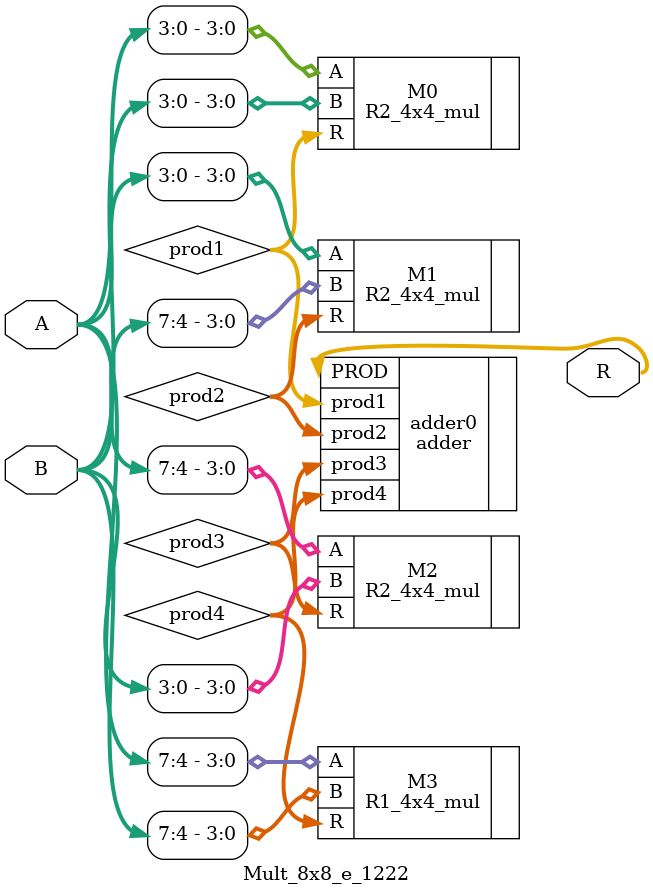
<source format=v>
module Mult_8x8_e_1222(
input [7:0] A,
input [7:0] B,
output [15:0]R
);
wire [7:0]prod1;
wire [7:0]prod2;
wire [7:0]prod3;
wire [7:0]prod4;

R2_4x4_mul M0(.A(A[3:0]),.B(B[3:0]),.R(prod1));
R2_4x4_mul M1(.A(A[3:0]),.B(B[7:4]),.R(prod2));
R2_4x4_mul M2(.A(A[7:4]),.B(B[3:0]),.R(prod3));
R1_4x4_mul M3(.A(A[7:4]),.B(B[7:4]),.R(prod4));
adder adder0(.prod1(prod1),.prod2(prod2),.prod3(prod3),.prod4(prod4),.PROD(R));
endmodule

</source>
